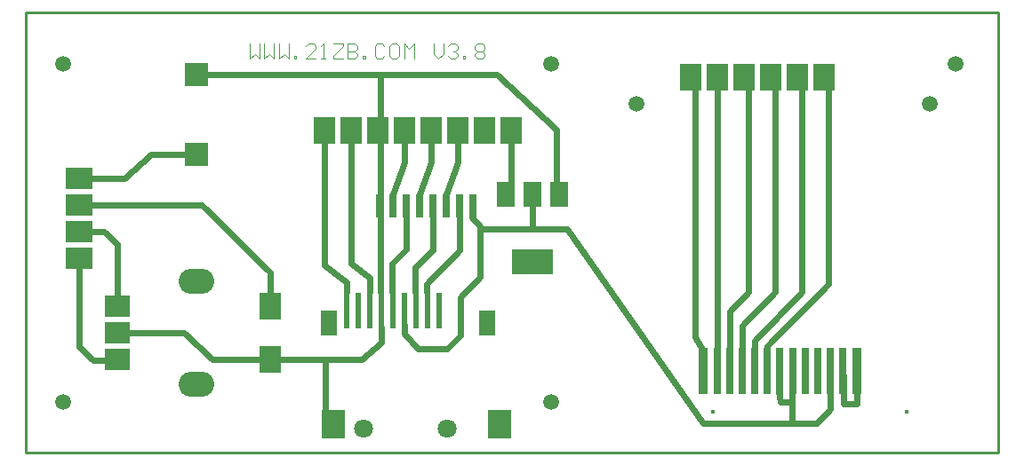
<source format=gbl>
%FSLAX42Y42*%
%MOMM*%
G71*
G01*
G75*
G04 Layer_Physical_Order=2*
G04 Layer_Color=16711680*
%ADD10R,0.70X2.20*%
%ADD11R,2.00X2.60*%
%ADD12C,0.60*%
%ADD13C,0.25*%
%ADD14C,0.10*%
%ADD15C,0.40*%
%ADD16R,0.65X4.40*%
%ADD17R,0.90X4.40*%
%ADD18C,1.52*%
%ADD19R,1.80X2.40*%
%ADD20R,4.00X2.40*%
%ADD21R,1.60X2.40*%
%ADD22R,0.55X3.40*%
%ADD23R,2.20X2.80*%
%ADD24R,2.60X2.00*%
%ADD25R,2.20X2.20*%
%ADD26R,2.40X2.13*%
%ADD27R,2.10X2.60*%
%ADD28O,3.40X2.40*%
%ADD29C,1.80*%
D10*
X6225Y4921D02*
D03*
X6352D02*
D03*
X6479D02*
D03*
X6606D02*
D03*
X6733D02*
D03*
X6860D02*
D03*
X6987D02*
D03*
X7114D02*
D03*
D11*
X10455Y6148D02*
D03*
X10201D02*
D03*
X9947D02*
D03*
X9693D02*
D03*
X9439D02*
D03*
X9185D02*
D03*
X7476Y5639D02*
D03*
X7222D02*
D03*
X6968D02*
D03*
X6714D02*
D03*
X6460D02*
D03*
X6206D02*
D03*
X5952D02*
D03*
X5698D02*
D03*
D12*
X10156Y2845D02*
Y3150D01*
X10385Y2845D02*
X9305D01*
X10156Y3048D02*
X10042D01*
X8010Y4699D02*
X7184D01*
X6237Y3619D02*
X6054Y3454D01*
X6460Y3696D02*
Y3785D01*
X6994Y3683D02*
X6867Y3556D01*
X6994Y3683D02*
Y4051D01*
X6234Y4102D02*
Y6160D01*
X5907Y4102D02*
Y4191D01*
X5698Y4356D01*
X6127Y4232D02*
X5952Y4369D01*
X6127Y4102D02*
X6127Y4232D01*
X5952Y4369D02*
Y5639D01*
X6987Y4496D02*
Y4921D01*
X6733Y4496D02*
Y4921D01*
X6479Y4502D02*
Y4921D01*
Y4502D02*
X6346Y4369D01*
Y4102D02*
Y4369D01*
X6562Y4102D02*
Y4331D01*
X6733Y4496D02*
X6562Y4331D01*
X6676Y4102D02*
Y4178D01*
X6987Y4496D02*
X6676Y4178D01*
X4632Y3454D02*
X4365Y3708D01*
X3729D01*
X5711Y2845D02*
Y3454D01*
X4632D01*
X3362Y3569D02*
Y4420D01*
X3717Y3442D02*
X3501D01*
X3730Y4559D02*
X3603Y4674D01*
X3730Y4039D02*
Y4559D01*
X5179Y3962D02*
Y4281D01*
X4533Y4928D01*
X4533D02*
X3362D01*
X3793Y5182D02*
X3362D01*
X4479Y5410D02*
X4047D01*
X5698Y4356D02*
Y5639D01*
X7337Y6172D02*
X4479D01*
X7184Y4242D02*
X6994Y4051D01*
X7908Y5055D02*
Y5651D01*
X7337Y6172D01*
X6237Y3619D02*
Y3759D01*
X6968Y5334D02*
X6857Y5029D01*
X6968Y5334D02*
Y5639D01*
X6714Y5334D02*
X6607Y5029D01*
X6714Y5334D02*
Y5639D01*
X6460Y5334D02*
X6352Y5029D01*
X6460Y5334D02*
Y5639D01*
X6054Y3454D02*
X5711D01*
X7476Y5017D02*
Y5639D01*
X4047Y5410D02*
X3793Y5182D01*
X6587Y3556D02*
X6460Y3696D01*
X6867Y3556D02*
X6587D01*
X7184Y4242D02*
Y4724D01*
X7108Y4813D01*
X3603Y4674D02*
X3362D01*
X3501Y3442D02*
X3362Y3569D01*
X10499Y4178D02*
X9915Y3581D01*
X10245Y4102D02*
X9800Y3632D01*
X9991Y4102D02*
Y6058D01*
X10766Y3035D02*
X10639D01*
Y3302D01*
X10766Y3035D02*
Y3277D01*
X10512Y2984D02*
X10385Y2845D01*
X9305D02*
X8010Y4699D01*
X10499Y4178D02*
Y6058D01*
X10245Y4102D02*
Y6058D01*
X9737Y4102D02*
Y6058D01*
X9441Y3543D02*
Y6071D01*
X9225Y3670D02*
Y6058D01*
X10512Y2984D02*
Y3137D01*
X9991Y4102D02*
X9674Y3772D01*
X10042Y3048D02*
X10029Y3150D01*
X9737Y4102D02*
X9559Y3912D01*
Y3505D02*
Y3912D01*
X9674Y3518D02*
Y3772D01*
X9800Y3480D02*
Y3632D01*
X9305Y3543D02*
X9225Y3670D01*
X7680Y4699D02*
Y5029D01*
X9915Y3531D02*
Y3581D01*
D13*
X7311Y3806D02*
X7231Y3810D01*
X12118Y2565D02*
Y6765D01*
X7847Y2565D02*
X2853D01*
Y6765D01*
X12118D02*
X2853D01*
X12118Y2565D02*
X7847D01*
D14*
X4987Y6465D02*
Y6325D01*
X5034Y6371D01*
X5081Y6325D01*
Y6465D01*
X5127D02*
Y6325D01*
X5174Y6371D01*
X5220Y6325D01*
Y6465D01*
X5267D02*
Y6325D01*
X5314Y6371D01*
X5360Y6325D01*
Y6465D01*
X5407Y6325D02*
Y6348D01*
X5430D01*
Y6325D01*
X5407D01*
X5617D02*
X5524D01*
X5617Y6418D01*
Y6441D01*
X5594Y6465D01*
X5547D01*
X5524Y6441D01*
X5664Y6325D02*
X5710D01*
X5687D01*
Y6465D01*
X5664Y6441D01*
X5780Y6465D02*
X5874D01*
Y6441D01*
X5780Y6348D01*
Y6325D01*
X5874D01*
X5920Y6465D02*
Y6325D01*
X5990D01*
X6014Y6348D01*
Y6371D01*
X5990Y6395D01*
X5920D01*
X5990D01*
X6014Y6418D01*
Y6441D01*
X5990Y6465D01*
X5920D01*
X6060Y6325D02*
Y6348D01*
X6084D01*
Y6325D01*
X6060D01*
X6270Y6441D02*
X6247Y6465D01*
X6200D01*
X6177Y6441D01*
Y6348D01*
X6200Y6325D01*
X6247D01*
X6270Y6348D01*
X6387Y6465D02*
X6340D01*
X6317Y6441D01*
Y6348D01*
X6340Y6325D01*
X6387D01*
X6410Y6348D01*
Y6441D01*
X6387Y6465D01*
X6457Y6325D02*
Y6465D01*
X6503Y6418D01*
X6550Y6465D01*
Y6325D01*
X6737Y6465D02*
Y6371D01*
X6783Y6325D01*
X6830Y6371D01*
Y6465D01*
X6877Y6441D02*
X6900Y6465D01*
X6947D01*
X6970Y6441D01*
Y6418D01*
X6947Y6395D01*
X6923D01*
X6947D01*
X6970Y6371D01*
Y6348D01*
X6947Y6325D01*
X6900D01*
X6877Y6348D01*
X7017Y6325D02*
Y6348D01*
X7040D01*
Y6325D01*
X7017D01*
X7133Y6441D02*
X7156Y6465D01*
X7203D01*
X7226Y6441D01*
Y6418D01*
X7203Y6395D01*
X7226Y6371D01*
Y6348D01*
X7203Y6325D01*
X7156D01*
X7133Y6348D01*
Y6371D01*
X7156Y6395D01*
X7133Y6418D01*
Y6441D01*
X7156Y6395D02*
X7203D01*
D15*
X9397Y2952D02*
D03*
X11247D02*
D03*
D16*
X10637Y3342D02*
D03*
X10037D02*
D03*
X10157D02*
D03*
X10277D02*
D03*
X10517D02*
D03*
X10397D02*
D03*
X9677D02*
D03*
X9797D02*
D03*
X9917D02*
D03*
X9557D02*
D03*
X9437D02*
D03*
D17*
X10769D02*
D03*
X9304Y3343D02*
D03*
D18*
X8667Y5892D02*
D03*
X11467D02*
D03*
X11709Y6274D02*
D03*
X7859D02*
D03*
X3209D02*
D03*
Y3048D02*
D03*
X7859D02*
D03*
D19*
X7680Y5029D02*
D03*
X7426D02*
D03*
X7934D02*
D03*
D20*
X7680Y4389D02*
D03*
D21*
X5742Y3804D02*
D03*
X7247D02*
D03*
D22*
X6787Y3924D02*
D03*
X6677D02*
D03*
X6567D02*
D03*
X6457D02*
D03*
X6347D02*
D03*
X6237D02*
D03*
X6127D02*
D03*
X6017D02*
D03*
X5907D02*
D03*
D23*
X7367Y2834D02*
D03*
X5787D02*
D03*
D24*
X3362Y5182D02*
D03*
Y4928D02*
D03*
Y4674D02*
D03*
Y4420D02*
D03*
D25*
X4479Y6172D02*
D03*
Y5410D02*
D03*
D26*
X3729Y3708D02*
D03*
Y3962D02*
D03*
Y3454D02*
D03*
D27*
X5179Y3962D02*
D03*
Y3454D02*
D03*
D28*
X4479Y4198D02*
D03*
Y3218D02*
D03*
D29*
X6867Y2794D02*
D03*
X6069D02*
D03*
M02*

</source>
